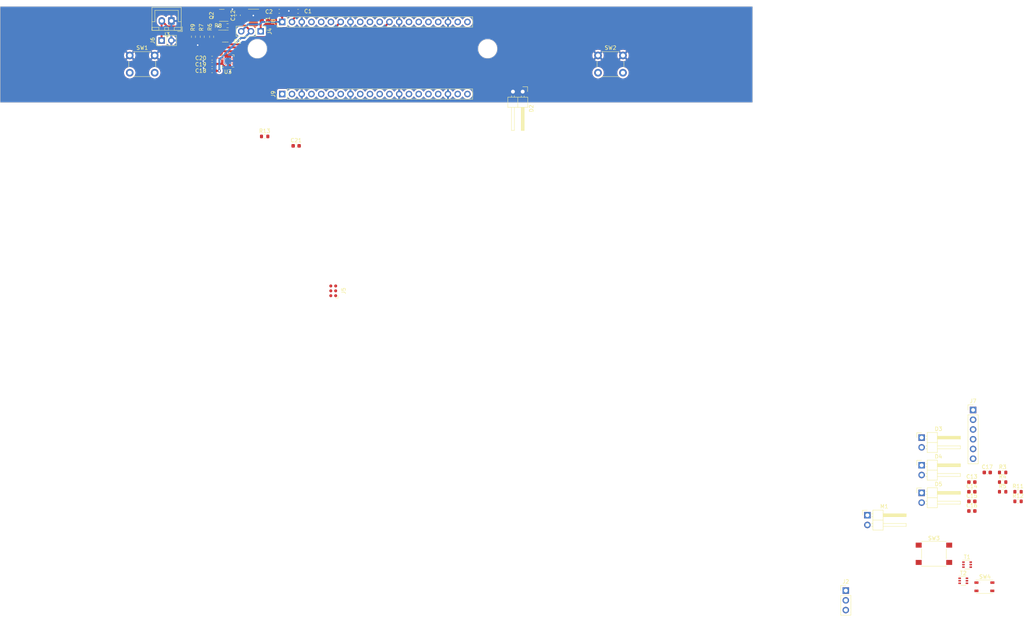
<source format=kicad_pcb>
(kicad_pcb (version 20221018) (generator pcbnew)
  (layers (0 "F.Cu" signal) (31 "B.Cu" signal) (34 "B.Paste" user) (35 "F.Paste" user) (36 "B.SilkS" user "B.Silkscreen") (37 "F.SilkS" user "F.Silkscreen") (38 "B.Mask" user) (39 "F.Mask" user) (44 "Edge.Cuts" user))
  (net 0 "")
  (net 1 "GND")
  (net 2 "Net-(Q2-S)")
  (net 3 "Net-(J2-Pin_2)")
  (net 4 "+3.3V")
  (net 5 "V_BAT")
  (net 6 "Net-(U3-SS{slash}TR)")
  (net 7 "Net-(D2-K)")
  (net 8 "Net-(D2-A)")
  (net 9 "Net-(D3-K)")
  (net 10 "Net-(D3-A)")
  (net 11 "IR_R_INSIDE")
  (net 12 "IR_R_OUTSIDE")
  (net 13 "Net-(J4-Pin_1)")
  (net 14 "VDD")
  (net 15 "SWDIO")
  (net 16 "Reset")
  (net 17 "SWDCLK")
  (net 18 "SWO")
  (net 19 "VBUS")
  (net 20 "/3V3_EN")
  (net 21 "/3V3")
  (net 22 "/ADC_VREF")
  (net 23 "/GP27_A1")
  (net 24 "/GP27_A0")
  (net 25 "/RUN")
  (net 26 "/GP21")
  (net 27 "/GP20")
  (net 28 "/GP19")
  (net 29 "/GP18")
  (net 30 "/GP17")
  (net 31 "/GP16")
  (net 32 "/GP1")
  (net 33 "/GP2")
  (net 34 "/GP3")
  (net 35 "/GP4")
  (net 36 "/GP5")
  (net 37 "/GP6")
  (net 38 "/GP7")
  (net 39 "/GP8")
  (net 40 "/GP9")
  (net 41 "/GP10")
  (net 42 "/GP11")
  (net 43 "/GP12")
  (net 44 "/GP13")
  (net 45 "/GP14")
  (net 46 "Net-(M1-+)")
  (net 47 "Net-(M1--)")
  (net 48 "BAT_MON_EN")
  (net 49 "Net-(Q1B-D)")
  (net 50 "Net-(Q1A-D)")
  (net 51 "Net-(R3-Pad1)")
  (net 52 "Net-(D1-BK)")
  (net 53 "Net-(R4-Pad1)")
  (net 54 "Net-(D1-GK)")
  (net 55 "Net-(R5-Pad1)")
  (net 56 "Net-(D1-RK)")
  (net 57 "BAT_MON")
  (net 58 "Net-(R11-Pad1)")
  (net 59 "Net-(R12-Pad1)")
  (net 60 "Net-(U3-PG)")
  (net 61 "Gear")
  (net 62 "Cat+")
  (net 63 "Bootsel")
  (net 64 "LED_R")
  (net 65 "LED_G")
  (net 66 "LED_B")
  (net 67 "Net-(L1-Pad1)")
  (footprint "Connector_PinHeader_2.54mm:PinHeader_1x02_P2.54mm_Vertical" (layer "F.Cu") (at 42.05 8.85 90)
    (fp_text reference "J6" (at 0 -2.33 90) (layer "F.SilkS"))
    (fp_text value "Conn_01x02")
    (pad "1" thru_hole rect (at 0 0 90) (size 1.7 1.7) (drill 1) (layers "*.Cu" "*.Mask") (net 14 "VDD"))
    (pad "2" thru_hole oval (at 0 2.54 90) (size 1.7 1.7) (drill 1) (layers "*.Cu" "*.Mask") (net 1 "GND"))
  )
  (footprint "Resistor_SMD:R_0603_1608Metric" (layer "F.Cu") (at 261.1625 121.39)
    (fp_text reference "R3" (at 0 -1.43) (layer "F.SilkS"))
    (fp_text value "68")
    (pad "1" smd roundrect (at -0.825 0) (size 0.8 0.95) (layers "F.Cu" "F.Paste" "F.Mask") (net 51 "Net-(R3-Pad1)"))
    (pad "2" smd roundrect (at 0.825 0) (size 0.8 0.95) (layers "F.Cu" "F.Paste" "F.Mask") (net 52 "Net-(D1-BK)"))
  )
  (footprint "Capacitor_SMD:C_0603_1608Metric" (layer "F.Cu") (at 253.1425 126.41)
    (fp_text reference "C14" (at 0 -1.43) (layer "F.SilkS"))
    (fp_text value "100n")
    (pad "1" smd roundrect (at -0.775 0) (size 0.9 0.95) (layers "F.Cu" "F.Paste" "F.Mask") (net 1 "GND"))
    (pad "2" smd roundrect (at 0.775 0) (size 0.9 0.95) (layers "F.Cu" "F.Paste" "F.Mask") (net 4 "+3.3V"))
  )
  (footprint "Button_Switch_SMD:SW_Push_1P1T_NO_Vertical_Wuerth_434133025816" (layer "F.Cu") (at 256.4125 151.16)
    (fp_text reference "SW4" (at 0.15 -2.6) (layer "F.SilkS"))
    (fp_text value "SW_Push")
    (pad "1" smd rect (at -2.075 -1.075) (size 1.05 0.65) (layers "F.Cu" "F.Paste" "F.Mask") (net 1 "GND"))
    (pad "1" smd rect (at 2.075 -1.075) (size 1.05 0.65) (layers "F.Cu" "F.Paste" "F.Mask") (net 1 "GND"))
    (pad "2" smd rect (at -2.075 1.075) (size 1.05 0.65) (layers "F.Cu" "F.Paste" "F.Mask") (net 63 "Bootsel"))
    (pad "2" smd rect (at 2.05 1.075) (size 1.05 0.65) (layers "F.Cu" "F.Paste" "F.Mask") (net 63 "Bootsel"))
  )
  (footprint "Capacitor_SMD:C_0603_1608Metric" (layer "F.Cu") (at 55.2075 13.44 180)
    (fp_text reference "C20" (at 2.95 0) (layer "F.SilkS"))
    (fp_text value "3.3n")
    (pad "1" smd roundrect (at -0.775 0 180) (size 0.9 0.95) (layers "F.Cu" "F.Paste" "F.Mask") (net 6 "Net-(U3-SS{slash}TR)"))
    (pad "2" smd roundrect (at 0.775 0 180) (size 0.9 0.95) (layers "F.Cu" "F.Paste" "F.Mask") (net 1 "GND"))
  )
  (footprint "Package_TO_SOT_SMD:TSOT-23-6" (layer "F.Cu") (at 58.65 7.7)
    (fp_text reference "Q1" (at 3.2 1.4) (layer "F.SilkS"))
    (fp_text value "NX3008CBKS")
    (pad "1" smd roundrect (at -1.1375 -0.95) (size 1.325 0.6) (layers "F.Cu" "F.Paste" "F.Mask") (net 1 "GND"))
    (pad "2" smd roundrect (at -1.1375 0) (size 1.325 0.6) (layers "F.Cu" "F.Paste" "F.Mask") (net 48 "BAT_MON_EN"))
    (pad "3" smd roundrect (at -1.1375 0.95) (size 1.325 0.6) (layers "F.Cu" "F.Paste" "F.Mask") (net 49 "Net-(Q1B-D)"))
    (pad "4" smd roundrect (at 1.1375 0.95) (size 1.325 0.6) (layers "F.Cu" "F.Paste" "F.Mask") (net 5 "V_BAT"))
    (pad "5" smd roundrect (at 1.1375 0) (size 1.325 0.6) (layers "F.Cu" "F.Paste" "F.Mask") (net 50 "Net-(Q1A-D)"))
    (pad "6" smd roundrect (at 1.1375 -0.95) (size 1.325 0.6) (layers "F.Cu" "F.Paste" "F.Mask") (net 50 "Net-(Q1A-D)"))
  )
  (footprint "Package_TO_SOT_SMD:SOT-23" (layer "F.Cu") (at 57.7375 2.3 180)
    (fp_text reference "Q2" (at 2.6625 -0.05 90) (layer "F.SilkS"))
    (fp_text value "Q_PMOS_DGS")
    (pad "1" smd roundrect (at -0.9375 -0.95 180) (size 1.475 0.6) (layers "F.Cu" "F.Paste" "F.Mask") (net 14 "VDD"))
    (pad "2" smd roundrect (at -0.9375 0.95 180) (size 1.475 0.6) (layers "F.Cu" "F.Paste" "F.Mask") (net 1 "GND"))
    (pad "3" smd roundrect (at 0.9375 0 180) (size 1.475 0.6) (layers "F.Cu" "F.Paste" "F.Mask") (net 2 "Net-(Q2-S)"))
  )
  (footprint "Connector_PinHeader_2.54mm:PinHeader_1x20_P2.54mm_Vertical" (layer "F.Cu") (at 73.475 22.8 90)
    (fp_text reference "J9" (at 0 -2.33 90) (layer "F.SilkS"))
    (fp_text value "Conn_01x20")
    (pad "1" thru_hole rect (at 0 0 90) (size 1.7 1.7) (drill 1) (layers "*.Cu" "*.Mask") (net 61 "Gear"))
    (pad "2" thru_hole oval (at 0 2.54 90) (size 1.7 1.7) (drill 1) (layers "*.Cu" "*.Mask") (net 32 "/GP1"))
    (pad "3" thru_hole oval (at 0 5.08 90) (size 1.7 1.7) (drill 1) (layers "*.Cu" "*.Mask") (net 1 "GND"))
    (pad "4" thru_hole oval (at 0 7.62 90) (size 1.7 1.7) (drill 1) (layers "*.Cu" "*.Mask") (net 33 "/GP2"))
    (pad "5" thru_hole oval (at 0 10.16 90) (size 1.7 1.7) (drill 1) (layers "*.Cu" "*.Mask") (net 34 "/GP3"))
    (pad "6" thru_hole oval (at 0 12.7 90) (size 1.7 1.7) (drill 1) (layers "*.Cu" "*.Mask") (net 35 "/GP4"))
    (pad "7" thru_hole oval (at 0 15.24 90) (size 1.7 1.7) (drill 1) (layers "*.Cu" "*.Mask") (net 36 "/GP5"))
    (pad "8" thru_hole oval (at 0 17.78 90) (size 1.7 1.7) (drill 1) (layers "*.Cu" "*.Mask") (net 1 "GND"))
    (pad "9" thru_hole oval (at 0 20.32 90) (size 1.7 1.7) (drill 1) (layers "*.Cu" "*.Mask") (net 37 "/GP6"))
    (pad "10" thru_hole oval (at 0 22.86 90) (size 1.7 1.7) (drill 1) (layers "*.Cu" "*.Mask") (net 38 "/GP7"))
    (pad "11" thru_hole oval (at 0 25.4 90) (size 1.7 1.7) (drill 1) (layers "*.Cu" "*.Mask") (net 39 "/GP8"))
    (pad "12" thru_hole oval (at 0 27.94 90) (size 1.7 1.7) (drill 1) (layers "*.Cu" "*.Mask") (net 40 "/GP9"))
    (pad "13" thru_hole oval (at 0 30.48 90) (size 1.7 1.7) (drill 1) (layers "*.Cu" "*.Mask") (net 1 "GND"))
    (pad "14" thru_hole oval (at 0 33.02 90) (size 1.7 1.7) (drill 1) (layers "*.Cu" "*.Mask") (net 41 "/GP10"))
    (pad "15" thru_hole oval (at 0 35.56 90) (size 1.7 1.7) (drill 1) (layers "*.Cu" "*.Mask") (net 42 "/GP11"))
    (pad "16" thru_hole oval (at 0 38.1 90) (size 1.7 1.7) (drill 1) (layers "*.Cu" "*.Mask") (net 43 "/GP12"))
    (pad "17" thru_hole oval (at 0 40.64 90) (size 1.7 1.7) (drill 1) (layers "*.Cu" "*.Mask") (net 44 "/GP13"))
    (pad "18" thru_hole oval (at 0 43.18 90) (size 1.7 1.7) (drill 1) (layers "*.Cu" "*.Mask") (net 1 "GND"))
    (pad "19" thru_hole oval (at 0 45.72 90) (size 1.7 1.7) (drill 1) (layers "*.Cu" "*.Mask") (net 45 "/GP14"))
    (pad "20" thru_hole oval (at 0 48.26 90) (size 1.7 1.7) (drill 1) (layers "*.Cu" "*.Mask") (net 62 "Cat+"))
  )
  (footprint "Button_Switch_SMD:SW_Push_1P1T_NO_6x6mm_H9.5mm" (layer "F.Cu") (at 243.2625 142.575)
    (fp_text reference "SW3" (at 0 -4.05) (layer "F.SilkS"))
    (fp_text value "SW_Push")
    (pad "1" smd rect (at -3.975 -2.25) (size 1.55 1.3) (layers "F.Cu" "F.Paste" "F.Mask") (net 1 "GND"))
    (pad "1" smd rect (at 3.975 -2.25) (size 1.55 1.3) (layers "F.Cu" "F.Paste" "F.Mask") (net 1 "GND"))
    (pad "2" smd rect (at -3.975 2.25) (size 1.55 1.3) (layers "F.Cu" "F.Paste" "F.Mask") (net 16 "Reset"))
    (pad "2" smd rect (at 3.975 2.25) (size 1.55 1.3) (layers "F.Cu" "F.Paste" "F.Mask") (net 16 "Reset"))
  )
  (footprint "Capacitor_SMD:C_0603_1608Metric" (layer "F.Cu") (at 253.1425 128.92)
    (fp_text reference "C15" (at 0 -1.43) (layer "F.SilkS"))
    (fp_text value "100u")
    (pad "1" smd roundrect (at -0.775 0) (size 0.9 0.95) (layers "F.Cu" "F.Paste" "F.Mask") (net 1 "GND"))
    (pad "2" smd roundrect (at 0.775 0) (size 0.9 0.95) (layers "F.Cu" "F.Paste" "F.Mask") (net 3 "Net-(J2-Pin_2)"))
  )
  (footprint "Connector_PinHeader_2.54mm:PinHeader_1x02_P2.54mm_Horizontal" (layer "F.Cu") (at 240.0625 126.71)
    (fp_text reference "D5" (at 4.385 -2.27) (layer "F.SilkS"))
    (fp_text value "LED")
    (pad "1" thru_hole rect (at 0 0) (size 1.7 1.7) (drill 1) (layers "*.Cu" "*.Mask") (net 1 "GND"))
    (pad "2" thru_hole oval (at 0 2.54) (size 1.7 1.7) (drill 1) (layers "*.Cu" "*.Mask") (net 12 "IR_R_OUTSIDE"))
  )
  (footprint "Connector_JST:JST_XH_B2B-XH-A_1x02_P2.50mm_Vertical" (layer "F.Cu") (at 44.6 3.75 180)
    (fp_text reference "J3" (at 1.25 -3.55) (layer "F.SilkS"))
    (fp_text value "Battery pack")
    (pad "1" thru_hole roundrect (at 0 0 180) (size 1.7 2) (drill 1) (layers "*.Cu" "*.Mask") (roundrect_rratio 0.147059) (net 1 "GND"))
    (pad "2" thru_hole oval (at 2.5 0 180) (size 1.7 2) (drill 1) (layers "*.Cu" "*.Mask") (net 14 "VDD"))
  )
  (footprint "Package_TO_SOT_SMD:SOT-363_SC-70-6" (layer "F.Cu") (at 250.9125 149.61)
    (fp_text reference "T2" (at 0 -2) (layer "F.SilkS"))
    (fp_text value "NX3008NBKS")
    (pad "1" smd rect (at -0.95 -0.65) (size 0.65 0.4) (layers "F.Cu" "F.Paste" "F.Mask") (net 1 "GND"))
    (pad "2" smd rect (at -0.95 0) (size 0.65 0.4) (layers "F.Cu" "F.Paste" "F.Mask") (net 66 "LED_B"))
    (pad "3" smd rect (at -0.95 0.65) (size 0.65 0.4) (layers "F.Cu" "F.Paste" "F.Mask"))
    (pad "4" smd rect (at 0.95 0.65) (size 0.65 0.4) (layers "F.Cu" "F.Paste" "F.Mask"))
    (pad "5" smd rect (at 0.95 0) (size 0.65 0.4) (layers "F.Cu" "F.Paste" "F.Mask"))
    (pad "6" smd rect (at 0.95 -0.65) (size 0.65 0.4) (layers "F.Cu" "F.Paste" "F.Mask") (net 55 "Net-(R5-Pad1)"))
  )
  (footprint "Connector_PinHeader_2.54mm:PinHeader_1x03_P2.54mm_Vertical" (layer "F.Cu") (at 67.875 6.45 -90)
    (fp_text reference "J4" (at 0 -2.33 90) (layer "F.SilkS"))
    (fp_text value "Conn_01x03_Socket")
    (pad "1" thru_hole rect (at 0 0 270) (size 1.7 1.7) (drill 1) (layers "*.Cu" "*.Mask") (net 13 "Net-(J4-Pin_1)"))
    (pad "2" thru_hole oval (at 0 2.54 270) (size 1.7 1.7) (drill 1) (layers "*.Cu" "*.Mask") (net 5 "V_BAT"))
    (pad "3" thru_hole oval (at 0 5.08 270) (size 1.7 1.7) (drill 1) (layers "*.Cu" "*.Mask") (net 19 "VBUS"))
  )
  (footprint "Connector_PinHeader_2.54mm:PinHeader_1x02_P2.54mm_Horizontal" (layer "F.Cu") (at 225.925 132.525)
    (fp_text reference "M1" (at 4.385 -2.27) (layer "F.SilkS"))
    (fp_text value "Motor_DC")
    (pad "1" thru_hole rect (at 0 0) (size 1.7 1.7) (drill 1) (layers "*.Cu" "*.Mask") (net 46 "Net-(M1-+)"))
    (pad "2" thru_hole oval (at 0 2.54) (size 1.7 1.7) (drill 1) (layers "*.Cu" "*.Mask") (net 47 "Net-(M1--)"))
  )
  (footprint "Resistor_SMD:R_0603_1608Metric" (layer "F.Cu") (at 261.1625 123.9)
    (fp_text reference "R4" (at 0 -1.43) (layer "F.SilkS"))
    (fp_text value "20")
    (pad "1" smd roundrect (at -0.825 0) (size 0.8 0.95) (layers "F.Cu" "F.Paste" "F.Mask") (net 53 "Net-(R4-Pad1)"))
    (pad "2" smd roundrect (at 0.825 0) (size 0.8 0.95) (layers "F.Cu" "F.Paste" "F.Mask") (net 54 "Net-(D1-GK)"))
  )
  (footprint "Capacitor_SMD:C_0603_1608Metric" (layer "F.Cu") (at 77.6 1.25)
    (fp_text reference "C1" (at 2.58 -0.02) (layer "F.SilkS"))
    (fp_text value "100n")
    (pad "1" smd roundrect (at -0.775 0) (size 0.9 0.95) (layers "F.Cu" "F.Paste" "F.Mask") (net 1 "GND"))
    (pad "2" smd roundrect (at 0.775 0) (size 0.9 0.95) (layers "F.Cu" "F.Paste" "F.Mask") (net 4 "+3.3V"))
  )
  (footprint "Resistor_SMD:R_0603_1608Metric" (layer "F.Cu") (at 59.25 5 180)
    (fp_text reference "R8" (at 2.475 0) (layer "F.SilkS"))
    (fp_text value "1meg")
    (pad "1" smd roundrect (at -0.825 0 180) (size 0.8 0.95) (layers "F.Cu" "F.Paste" "F.Mask") (net 5 "V_BAT"))
    (pad "2" smd roundrect (at 0.825 0 180) (size 0.8 0.95) (layers "F.Cu" "F.Paste" "F.Mask") (net 50 "Net-(Q1A-D)"))
  )
  (footprint "Button_Switch_THT:SW_PUSH_6mm_H4.3mm" (layer "F.Cu") (at 33.75 12.75)
    (fp_text reference "SW1" (at 3.25 -2) (layer "F.SilkS"))
    (fp_text value "SW_Push")
    (pad "1" thru_hole circle (at 0 0 90) (size 2 2) (drill 1.1) (layers "*.Cu" "*.Mask") (net 1 "GND"))
    (pad "1" thru_hole circle (at 6.5 0 90) (size 2 2) (drill 1.1) (layers "*.Cu" "*.Mask") (net 1 "GND"))
    (pad "2" thru_hole circle (at 0 4.5 90) (size 2 2) (drill 1.1) (layers "*.Cu" "*.Mask") (net 61 "Gear"))
    (pad "2" thru_hole circle (at 6.5 4.5 90) (size 2 2) (drill 1.1) (layers "*.Cu" "*.Mask") (net 61 "Gear"))
  )
  (footprint "Package_TO_SOT_SMD:SOT-363_SC-70-6" (layer "F.Cu") (at 251.9 145.4)
    (fp_text reference "T1" (at 0 -2) (layer "F.SilkS"))
    (fp_text value "NX3008NBKS")
    (pad "1" smd rect (at -0.95 -0.65) (size 0.65 0.4) (layers "F.Cu" "F.Paste" "F.Mask") (net 1 "GND"))
    (pad "2" smd rect (at -0.95 0) (size 0.65 0.4) (layers "F.Cu" "F.Paste" "F.Mask") (net 64 "LED_R"))
    (pad "3" smd rect (at -0.95 0.65) (size 0.65 0.4) (layers "F.Cu" "F.Paste" "F.Mask") (net 53 "Net-(R4-Pad1)"))
    (pad "4" smd rect (at 0.95 0.65) (size 0.65 0.4) (layers "F.Cu" "F.Paste" "F.Mask") (net 1 "GND"))
    (pad "5" smd rect (at 0.95 0) (size 0.65 0.4) (layers "F.Cu" "F.Paste" "F.Mask") (net 65 "LED_G"))
    (pad "6" smd rect (at 0.95 -0.65) (size 0.65 0.4) (layers "F.Cu" "F.Paste" "F.Mask") (net 51 "Net-(R3-Pad1)"))
  )
  (footprint "Resistor_SMD:R_0603_1608Metric" (layer "F.Cu") (at 265.1725 126.41)
    (fp_text reference "R11" (at 0 -1.43) (layer "F.SilkS"))
    (fp_text value "100")
    (pad "1" smd roundrect (at -0.825 0) (size 0.8 0.95) (layers "F.Cu" "F.Paste" "F.Mask") (net 58 "Net-(R11-Pad1)"))
    (pad "2" smd roundrect (at 0.825 0) (size 0.8 0.95) (layers "F.Cu" "F.Paste" "F.Mask") (net 7 "Net-(D2-K)"))
  )
  (footprint "Connector:Tag-Connect_TC2030-IDC-NL_2x03_P1.27mm_Vertical" (layer "F.Cu") (at 86.765 74.07 90)
    (fp_text reference "J5" (at 0 2.7 90) (layer "F.SilkS"))
    (fp_text value "Conn_ARM_SWD_TagConnect_TC2030-NL")
    (pad "" np_thru_hole circle (at -2.54 0 90) (size 0.9906 0.9906) (drill 0.9906) (layers "*.Cu" "*.Mask"))
    (pad "" np_thru_hole circle (at 2.54 -1.016 90) (size 0.9906 0.9906) (drill 0.9906) (layers "*.Cu" "*.Mask"))
    (pad "" np_thru_hole circle (at 2.54 1.016 90) (size 0.9906 0.9906) (drill 0.9906) (layers "*.Cu" "*.Mask"))
    (pad "1" connect circle (at -1.27 0.635 90) (size 0.7874 0.7874) (layers "F.Cu" "F.Mask") (net 4 "+3.3V"))
    (pad "2" connect circle (at -1.27 -0.635 90) (size 0.7874 0.7874) (layers "F.Cu" "F.Mask") (net 15 "SWDIO"))
    (pad "3" connect circle (at 0 0.635 90) (size 0.7874 0.7874) (layers "F.Cu" "F.Mask") (net 16 "Reset"))
    (pad "4" connect circle (at 0 -0.635 90) (size 0.7874 0.7874) (layers "F.Cu" "F.Mask") (net 17 "SWDCLK"))
    (pad "5" connect circle (at 1.27 0.635 90) (size 0.7874 0.7874) (layers "F.Cu" "F.Mask") (net 1 "GND"))
    (pad "6" connect circle (at 1.27 -0.635 90) (size 0.7874 0.7874) (layers "F.Cu" "F.Mask") (net 18 "SWO"))
    (zone (net 0) (net_name "") (layer "F.Cu") (connect_pads (clearance 0)) (min_thickness 0.254)
      (keepout (tracks allowed) (vias not_allowed) (pads allowed) (copperpour not_allowed) (footprints not_allowed))
      (fill (thermal_gap 0.508) (thermal_bridge_width 0.508))
      (polygon (pts (xy 86.13 72.8) (xy 86.13 75.34) (xy 87.4 75.34) (xy 87.4 72.8)))
    )
  )
  (footprint "Capacitor_SMD:C_0603_1608Metric" (layer "F.Cu") (at 77.1 36.3)
    (fp_text reference "C21" (at 0 -1.43) (layer "F.SilkS"))
    (fp_text value "22u")
    (pad "1" smd roundrect (at -0.775 0) (size 0.9 0.95) (layers "F.Cu" "F.Paste" "F.Mask") (net 1 "GND"))
    (pad "2" smd roundrect (at 0.775 0) (size 0.9 0.95) (layers "F.Cu" "F.Paste" "F.Mask") (net 4 "+3.3V"))
  )
  (footprint "Connector_PinHeader_2.54mm:PinHeader_1x20_P2.54mm_Vertical" (layer "F.Cu") (at 73.475 4.02 90)
    (fp_text reference "J8" (at 0 -2.33 90) (layer "F.SilkS"))
    (fp_text value "Conn_01x20")
    (pad "1" thru_hole rect (at 0 0 90) (size 1.7 1.7) (drill 1) (layers "*.Cu" "*.Mask") (net 19 "VBUS"))
    (pad "2" thru_hole oval (at 0 2.54 90) (size 1.7 1.7) (drill 1) (layers "*.Cu" "*.Mask") (net 4 "+3.3V"))
    (pad "3" thru_hole oval (at 0 5.08 90) (size 1.7 1.7) (drill 1) (layers "*.Cu" "*.Mask") (net 1 "GND"))
    (pad "4" thru_hole oval (at 0 7.62 90) (size 1.7 1.7) (drill 1) (layers "*.Cu" "*.Mask") (net 20 "/3V3_EN"))
    (pad "5" thru_hole oval (at 0 10.16 90) (size 1.7 1.7) (drill 1) (layers "*.Cu" "*.Mask") (net 21 "/3V3"))
    (pad "6" thru_hole oval (at 0 12.7 90) (size 1.7 1.7) (drill 1) (layers "*.Cu" "*.Mask") (net 22 "/ADC_VREF"))
    (pad "7" thru_hole oval (at 0 15.24 90) (size 1.7 1.7) (drill 1) (layers "*.Cu" "*.Mask") (net 57 "BAT_MON"))
    (pad "8" thru_hole oval (at 0 17.78 90) (size 1.7 1.7) (drill 1) (layers "*.Cu" "*.Mask") (net 1 "GND"))
    (pad "9" thru_hole oval (at 0 20.32 90) (size 1.7 1.7) (drill 1) (layers "*.Cu" "*.Mask") (net 23 "/GP27_A1"))
    (pad "10" thru_hole oval (at 0 22.86 90) (size 1.7 1.7) (drill 1) (layers "*.Cu" "*.Mask") (net 24 "/GP27_A0"))
    (pad "11" thru_hole oval (at 0 25.4 90) (size 1.7 1.7) (drill 1) (layers "*.Cu" "*.Mask") (net 25 "/RUN"))
    (pad "12" thru_hole oval (at 0 27.94 90) (size 1.7 1.7) (drill 1) (layers "*.Cu" "*.Mask") (net 48 "BAT_MON_EN"))
    (pad "13" thru_hole oval (at 0 30.48 90) (size 1.7 1.7) (drill 1) (layers "*.Cu" "*.Mask") (net 1 "GND"))
    (pad "14" thru_hole oval (at 0 33.02 90) (size 1.7 1.7) (drill 1) (layers "*.Cu" "*.Mask") (net 26 "/GP21"))
    (pad "15" thru_hole oval (at 0 35.56 90) (size 1.7 1.7) (drill 1) (layers "*.Cu" "*.Mask") (net 27 "/GP20"))
    (pad "16" thru_hole oval (at 0 38.1 90) (size 1.7 1.7) (drill 1) (layers "*.Cu" "*.Mask") (net 28 "/GP19"))
    (pad "17" thru_hole oval (at 0 40.64 90) (size 1.7 1.7) (drill 1) (layers "*.Cu" "*.Mask") (net 29 "/GP18"))
    (pad "18" thru_hole oval (at 0 43.18 90) (size 1.7 1.7) (drill 1) (layers "*.Cu" "*.Mask") (net 1 "GND"))
    (pad "19" thru_hole oval (at 0 45.72 90) (size 1.7 1.7) (drill 1) (layers "*.Cu" "*.Mask") (net 30 "/GP17"))
    (pad "20" thru_hole oval (at 0 48.26 90) (size 1.7 1.7) (drill 1) (layers "*.Cu" "*.Mask") (net 31 "/GP16"))
  )
  (footprint "Resistor_SMD:R_0603_1608Metric" (layer "F.Cu") (at 265.1725 128.92)
    (fp_text reference "R12" (at 0 -1.43) (layer "F.SilkS"))
    (fp_text value "100")
    (pad "1" smd roundrect (at -0.825 0) (size 0.8 0.95) (layers "F.Cu" "F.Paste" "F.Mask") (net 59 "Net-(R12-Pad1)"))
    (pad "2" smd roundrect (at 0.825 0) (size 0.8 0.95) (layers "F.Cu" "F.Paste" "F.Mask") (net 9 "Net-(D3-K)"))
  )
  (footprint "Connector_PinHeader_2.54mm:PinHeader_1x03_P2.54mm_Vertical" (layer "F.Cu") (at 220.3 152.16)
    (fp_text reference "J2" (at 0 -2.33) (layer "F.SilkS"))
    (fp_text value "Conn_01x03")
    (pad "1" thru_hole rect (at 0 0) (size 1.7 1.7) (drill 1) (layers "*.Cu" "*.Mask") (net 14 "VDD"))
    (pad "2" thru_hole oval (at 0 2.54) (size 1.7 1.7) (drill 1) (layers "*.Cu" "*.Mask") (net 3 "Net-(J2-Pin_2)"))
    (pad "3" thru_hole oval (at 0 5.08) (size 1.7 1.7) (drill 1) (layers "*.Cu" "*.Mask") (net 4 "+3.3V"))
  )
  (footprint "Capacitor_SMD:C_0603_1608Metric" (layer "F.Cu") (at 62.05 2.275 -90)
    (fp_text reference "C12" (at 0.075 1.4 90) (layer "F.SilkS"))
    (fp_text value "100u")
    (pad "1" smd roundrect (at -0.775 0 270) (size 0.9 0.95) (layers "F.Cu" "F.Paste" "F.Mask") (net 1 "GND"))
    (pad "2" smd roundrect (at 0.775 0 270) (size 0.9 0.95) (layers "F.Cu" "F.Paste" "F.Mask") (net 2 "Net-(Q2-S)"))
  )
  (footprint "Capacitor_SMD:C_0603_1608Metric" (layer "F.Cu") (at 257.1525 121.39)
    (fp_text reference "C17" (at 0 -1.43) (layer "F.SilkS"))
    (fp_text value "1u")
    (pad "1" smd roundrect (at -0.775 0) (size 0.9 0.95) (layers "F.Cu" "F.Paste" "F.Mask") (net 1 "GND"))
    (pad "2" smd roundrect (at 0.775 0) (size 0.9 0.95) (layers "F.Cu" "F.Paste" "F.Mask") (net 4 "+3.3V"))
  )
  (footprint "Connector_PinHeader_2.54mm:PinHeader_1x06_P2.54mm_Vertical" (layer "F.Cu") (at 253.4625 105.11)
    (fp_text reference "J7" (at 0 -2.33) (layer "F.SilkS"))
    (fp_text value "Conn_01x06")
    (pad "1" thru_hole rect (at 0 0) (size 1.7 1.7) (drill 1) (layers "*.Cu" "*.Mask") (net 1 "GND"))
    (pad "2" thru_hole oval (at 0 2.54) (size 1.7 1.7) (drill 1) (layers "*.Cu" "*.Mask") (net 15 "SWDIO"))
    (pad "3" thru_hole oval (at 0 5.08) (size 1.7 1.7) (drill 1) (layers "*.Cu" "*.Mask") (net 17 "SWDCLK"))
    (pad "4" thru_hole oval (at 0 7.62) (size 1.7 1.7) (drill 1) (layers "*.Cu" "*.Mask") (net 18 "SWO"))
    (pad "5" thru_hole oval (at 0 10.16) (size 1.7 1.7) (drill 1) (layers "*.Cu" "*.Mask") (net 16 "Reset"))
    (pad "6" thru_hole oval (at 0 12.7) (size 1.7 1.7) (drill 1) (layers "*.Cu" "*.Mask") (net 4 "+3.3V"))
  )
  (footprint "Fuse:Fuse_1812_4532Metric" (layer "F.Cu") (at 66 2.4 180)
    (fp_text reference "F1" (at -3.7225 -1.1 90) (layer "F.SilkS"))
    (fp_text value "Polyfuse")
    (pad "1" smd roundrect (at -2.1375 0 180) (size 1.125 3.4) (layers "F.Cu" "F.Paste" "F.Mask") (roundrect_rratio 0.222222) (net 13 "Net-(J4-Pin_1)"))
    (pad "2" smd roundrect (at 2.1375 0 180) (size 1.125 3.4) (layers "F.Cu" "F.Paste" "F.Mask") (roundrect_rratio 0.222222) (net 2 "Net-(Q2-S)"))
  )
  (footprint "Capacitor_SMD:C_0603_1608Metric" (layer "F.Cu") (at 72.7 1.25 180)
    (fp_text reference "C2" (at 2.675 -0.1) (layer "F.SilkS"))
    (fp_text value "100n")
    (pad "1" smd roundrect (at -0.775 0 180) (size 0.9 0.95) (layers "F.Cu" "F.Paste" "F.Mask") (net 1 "GND"))
    (pad "2" smd roundrect (at 0.775 0 180) (size 0.9 0.95) (layers "F.Cu" "F.Paste" "F.Mask") (net 19 "VBUS"))
  )
  (footprint "Resistor_SMD:R_0603_1608Metric" (layer "F.Cu") (at 50.35 7.875 -90)
    (fp_text reference "R9" (at -2.425 0.15 90) (layer "F.SilkS"))
    (fp_text value "1meg")
    (pad "1" smd roundrect (at -0.825 0 270) (size 0.8 0.95) (layers "F.Cu" "F.Paste" "F.Mask") (net 48 "BAT_MON_EN"))
    (pad "2" smd roundrect (at 0.825 0 270) (size 0.8 0.95) (layers "F.Cu" "F.Paste" "F.Mask") (net 1 "GND"))
  )
  (footprint "Capacitor_SMD:C_0603_1608Metric" (layer "F.Cu") (at 253.1425 131.43)
    (fp_text reference "C16" (at 0 -1.43) (layer "F.SilkS"))
    (fp_text value "1u")
    (pad "1" smd roundrect (at -0.775 0) (size 0.9 0.95) (layers "F.Cu" "F.Paste" "F.Mask") (net 1 "GND"))
    (pad "2" smd roundrect (at 0.775 0) (size 0.9 0.95) (layers "F.Cu" "F.Paste" "F.Mask") (net 4 "+3.3V"))
  )
  (footprint "Connector_PinHeader_2.54mm:PinHeader_1x02_P2.54mm_Horizontal" (layer "F.Cu") (at 240.0625 119.51)
    (fp_text reference "D4" (at 4.385 -2.27) (layer "F.SilkS"))
    (fp_text value "LED")
    (pad "1" thru_hole rect (at 0 0) (size 1.7 1.7) (drill 1) (layers "*.Cu" "*.Mask") (net 1 "GND"))
    (pad "2" thru_hole oval (at 0 2.54) (size 1.7 1.7) (drill 1) (layers "*.Cu" "*.Mask") (net 11 "IR_R_INSIDE"))
  )
  (footprint "Connector_PinHeader_2.54mm:PinHeader_1x02_P2.54mm_Horizontal" (layer "F.Cu") (at 136.125 22.175 -90)
    (fp_text reference "D2" (at 4.385 -2.27 90) (layer "F.SilkS"))
    (fp_text value "IR-LED")
    (pad "1" thru_hole rect (at 0 0 270) (size 1.7 1.7) (drill 1) (layers "*.Cu" "*.Mask") (net 7 "Net-(D2-K)"))
    (pad "2" thru_hole oval (at 0 2.54 270) (size 1.7 1.7) (drill 1) (layers "*.Cu" "*.Mask") (net 8 "Net-(D2-A)"))
  )
  (footprint "Capacitor_SMD:C_0603_1608Metric" (layer "F.Cu") (at 55.2075 15.09)
    (fp_text reference "C19" (at -2.975 0) (layer "F.SilkS"))
    (fp_text value "100n")
    (pad "1" smd roundrect (at -0.775 0) (size 0.9 0.95) (layers "F.Cu" "F.Paste" "F.Mask") (net 1 "GND"))
    (pad "2" smd roundrect (at 0.775 0) (size 0.9 0.95) (layers "F.Cu" "F.Paste" "F.Mask") (net 5 "V_BAT"))
  )
  (footprint "Resistor_SMD:R_0603_1608Metric" (layer "F.Cu") (at 52.65 7.875 -90)
    (fp_text reference "R7" (at -2.425 0.25 90) (layer "F.SilkS"))
    (fp_text value "220k")
    (pad "1" smd roundrect (at -0.825 0 270) (size 0.8 0.95) (layers "F.Cu" "F.Paste" "F.Mask") (net 57 "BAT_MON"))
    (pad "2" smd roundrect (at 0.825 0 270) (size 0.8 0.95) (layers "F.Cu" "F.Paste" "F.Mask") (net 1 "GND"))
  )
  (footprint "Resistor_SMD:R_0603_1608Metric" (layer "F.Cu") (at 261.1625 126.41)
    (fp_text reference "R5" (at 0 -1.43) (layer "F.SilkS"))
    (fp_text value "10")
    (pad "1" smd roundrect (at -0.825 0) (size 0.8 0.95) (layers "F.Cu" "F.Paste" "F.Mask") (net 55 "Net-(R5-Pad1)"))
    (pad "2" smd roundrect (at 0.825 0) (size 0.8 0.95) (layers "F.Cu" "F.Paste" "F.Mask") (net 56 "Net-(D1-RK)"))
  )
  (footprint "Package_DFN_QFN:VQFN-16-1EP_3x3mm_P0.5mm_EP1.68x1.68mm_ThermalVias" (layer "F.Cu") (at 59.32 14.19 180)
    (fp_text reference "U3" (at 0 -2.82) (layer "F.SilkS"))
    (fp_text value "TPS62132")
    (pad "1" smd roundrect (at -1.4625 -0.75 180) (size 0.825 0.25) (layers "F.Cu" "F.Paste" "F.Mask") (net 67 "Net-(L1-Pad1)"))
    (pad "2" smd roundrect (at -1.4625 -0.25 180) (size 0.825 0.25) (layers "F.Cu" "F.Paste" "F.Mask") (net 67 "Net-(L1-Pad1)"))
    (pad "3" smd roundrect (at -1.4625 0.25 180) (size 0.825 0.25) (layers "F.Cu" "F.Paste" "F.Mask") (net 67 "Net-(L1-Pad1)"))
    (pad "4" smd roundrect (at -1.4625 0.75 180) (size 0.825 0.25) (layers "F.Cu" "F.Paste" "F.Mask") (net 60 "Net-(U3-PG)"))
    (pad "5" smd roundrect (at -0.75 1.4625 180) (size 0.25 0.825) (layers "F.Cu" "F.Paste" "F.Mask") (net 1 "GND"))
    (pad "6" smd roundrect (at -0.25 1.4625 180) (size 0.25 0.825) (layers "F.Cu" "F.Paste" "F.Mask") (net 1 "GND"))
    (pad "7" smd roundrect (at 0.25 1.4625 180) (size 0.25 0.825) (layers "F.Cu" "F.Paste" "F.Mask") (net 1 "GND"))
    (pad "8" smd roundrect (at 0.75 1.4625 180) (size 0.25 0.825) (layers "F.Cu" "F.Paste" "F.Mask") (net 1 "GND"))
    (pad "9" smd roundrect (at 1.4625 0.75 180) (size 0.825 0.25) (layers "F.Cu" "F.Paste" "F.Mask") (net 6 "Net-(U3-SS{slash}TR)"))
    (pad "10" smd roundrect (at 1.4625 0.25 180) (size 0.825 0.25) (layers "F.Cu" "F.Paste" "F.Mask") (net 5 "V_BAT"))
    (pad "11" smd roundrect (at 1.4625 -0.25 180) (size 0.825 0.25) (layers "F.Cu" "F.Paste" "F.Mask") (net 5 "V_BAT"))
    (pad "12" smd roundrect (at 1.4625 -0.75 180) (size 0.825 0.25) (layers "F.Cu" "F.Paste" "F.Mask") (net 5 "V_BAT"))
    (pad "13" smd roundrect (at 0.75 -1.4625 180) (size 0.25 0.825) (layers "F.Cu" "F.Paste" "F.Mask") (net 5 "V_BAT"))
    (pad "14" smd roundrect (at 0.25 -1.4625 180) (size 0.25 0.825) (layers "F.Cu" "F.Paste" "F.Mask") (net 4 "+3.3V"))
    (pad "15" smd roundrect (at -0.25 -1.4625 180) (size 0.25 0.825) (layers "F.Cu" "F.Paste" "F.Mask") (net 1 "GND"))
    (pad "16" smd roundrect (at -0.75 -1.4625 180) (size 0.25 0.825) (layers "F.Cu" "F.Paste" "F.Mask") (net 1 "GND"))
    (pad "17" thru_hole circle (at -0.59 -0.59 180) (size 0.5 0.5) (drill 0.2) (layers "*.Cu") (net 1 "GND"))
    (pad "17" thru_hole circle (at -0.59 0.59 180) (size 0.5 0.5) (drill 0.2) (layers "*.Cu") (net 1 "GND"))
    (pad "17" smd rect (at 0 0 180) (size 1.68 1.68) (layers "F.Cu" "F.Mask") (net 1 "GND"))
    (pad "17" smd rect (at 0 0 180) (size 1.68 1.68) (layers "B.Cu") (net 1 "GND"))
    (pad "17" thru_hole circle (at 0.59 -0.59 180) (size 0.5 0.5) (drill 0.2) (layers "*.Cu") (net 1 "GND"))
    (pad "17" thru_hole circle (at 0.59 0.59 180) (size 0.5 0.5) (drill 0.2) (layers "*.Cu") (net 1 "GND"))
  )
  (footprint "Connector_PinHeader_2.54mm:PinHeader_1x02_P2.54mm_Horizontal" (layer "F.Cu") (at 240.0625 112.31)
    (fp_text reference "D3" (at 4.385 -2.27) (layer "F.SilkS"))
    (fp_text value "IR-LED")
    (pad "1" thru_hole rect (at 0 0) (size 1.7 1.7) (drill 1) (layers "*.Cu" "*.Mask") (net 9 "Net-(D3-K)"))
    (pad "2" thru_hole oval (at 0 2.54) (size 1.7 1.7) (drill 1) (layers "*.Cu" "*.Mask") (net 10 "Net-(D3-A)"))
  )
  (footprint "Capacitor_SMD:C_0603_1608Metric" (layer "F.Cu") (at 253.1425 123.9)
    (fp_text reference "C13" (at 0 -1.43) (layer "F.SilkS"))
    (fp_text value "100n")
    (pad "1" smd roundrect (at -0.775 0) (size 0.9 0.95) (layers "F.Cu" "F.Paste" "F.Mask") (net 1 "GND"))
    (pad "2" smd roundrect (at 0.775 0) (size 0.9 0.95) (layers "F.Cu" "F.Paste" "F.Mask") (net 3 "Net-(J2-Pin_2)"))
  )
  (footprint "Button_Switch_THT:SW_PUSH_6mm_H4.3mm" (layer "F.Cu") (at 155.75 12.75)
    (fp_text reference "SW2" (at 3.25 -2) (layer "F.SilkS"))
    (fp_text value "SW_Push")
    (pad "1" thru_hole circle (at 0 0 90) (size 2 2) (drill 1.1) (layers "*.Cu" "*.Mask") (net 1 "GND"))
    (pad "1" thru_hole circle (at 6.5 0 90) (size 2 2) (drill 1.1) (layers "*.Cu" "*.Mask") (net 1 "GND"))
    (pad "2" thru_hole circle (at 0 4.5 90) (size 2 2) (drill 1.1) (layers "*.Cu" "*.Mask") (net 62 "Cat+"))
    (pad "2" thru_hole circle (at 6.5 4.5 90) (size 2 2) (drill 1.1) (layers "*.Cu" "*.Mask") (net 62 "Cat+"))
  )
  (footprint "Resistor_SMD:R_0603_1608Metric" (layer "F.Cu") (at 55.075 7.875 90)
    (fp_text reference "R6" (at 2.5 -0.45 90) (layer "F.SilkS"))
    (fp_text value "330k")
    (pad "1" smd roundrect (at -0.825 0 90) (size 0.8 0.95) (layers "F.Cu" "F.Paste" "F.Mask") (net 49 "Net-(Q1B-D)"))
    (pad "2" smd roundrect (at 0.825 0 90) (size 0.8 0.95) (layers "F.Cu" "F.Paste" "F.Mask") (net 57 "BAT_MON"))
  )
  (footprint "Resistor_SMD:R_0603_1608Metric" (layer "F.Cu") (at 68.9 33.85)
    (fp_text reference "R13" (at 0 -1.43) (layer "F.SilkS"))
    (fp_text value "100k")
    (pad "1" smd roundrect (at -0.825 0) (size 0.8 0.95) (layers "F.Cu" "F.Paste" "F.Mask") (net 60 "Net-(U3-PG)"))
    (pad "2" smd roundrect (at 0.825 0) (size 0.8 0.95) (layers "F.Cu" "F.Paste" "F.Mask") (net 4 "+3.3V"))
  )
  (footprint "Capacitor_SMD:C_0603_1608Metric" (layer "F.Cu") (at 55.2075 16.74)
    (fp_text reference "C18" (at -2.95 0) (layer "F.SilkS"))
    (fp_text value "10u")
    (pad "1" smd roundrect (at -0.775 0) (size 0.9 0.95) (layers "F.Cu" "F.Paste" "F.Mask") (net 1 "GND"))
    (pad "2" smd roundrect (at 0.775 0) (size 0.9 0.95) (layers "F.Cu" "F.Paste" "F.Mask") (net 5 "V_BAT"))
  )
  (gr_circle (center 127 11) (end 129.5 11) (stroke (width 0.1)) (fill none) (layer "Edge.Cuts"))
  (gr_circle (center 67 11) (end 69.5 11) (stroke (width 0.1)) (fill none) (layer "Edge.Cuts"))
  (gr_rect (start 0 0) (end 196 25) (stroke (width 0.1)) (fill none) (layer "Edge.Cuts"))
  (segment (start 59.57 15.6525) (end 59.57 15.12) (width 0.3) (layer "F.Cu") (net 1))
  (segment (start 60.07 15.6525) (end 59.91 15.4925) (width 0.3) (layer "F.Cu") (net 1))
  (segment (start 60.07 12.7275) (end 59.3075 12.7275) (width 0.5) (layer "F.Cu") (net 1))
  (segment (start 60.07 15.6525) (end 60.07 16.7775) (width 0.3) (layer "F.Cu") (net 1))
  (segment (start 59.32 12.74) (end 59.3075 12.7275) (width 0.5) (layer "F.Cu") (net 1))
  (segment (start 59.91 13.6) (end 59.91 13.0675) (width 0.5) (layer "F.Cu") (net 1))
  (segment (start 58.73 13.6) (end 58.73 13.0675) (width 0.5) (layer "F.Cu") (net 1))
  (segment (start 59.57 15.12) (end 59.91 14.78) (width 0.3) (layer "F.Cu") (net 1))
  (segment (start 59.3075 12.7275) (end 58.57 12.7275) (width 0.5) (layer "F.Cu") (net 1))
  (segment (start 59.91 15.4925) (end 59.91 14.78) (width 0.3) (layer "F.Cu") (net 1))
  (segment (start 59.32 14.19) (end 59.32 12.74) (width 0.5) (layer "F.Cu") (net 1))
  (segment (start 59.57 15.6525) (end 59.57 16.8025) (width 0.3) (layer "F.Cu") (net 1))
  (segment (start 58.73 13.0675) (end 59.07 12.7275) (width 0.5) (layer "F.Cu") (net 1))
  (segment (start 59.57 16.8025) (end 59.8075 17.04) (width 0.3) (layer "F.Cu") (net 1))
  (segment (start 60.07 16.7775) (end 59.8075 17.04) (width 0.3) (layer "F.Cu") (net 1))
  (segment (start 59.91 13.0675) (end 59.57 12.7275) (width 0.5) (layer "F.Cu") (net 1))
  (via (at 56.8 5.2) (size 0.8) (drill 0.4) (layers "F.Cu" "B.Cu") (net 1))
  (via (at 52.9 14.2) (size 0.8) (drill 0.4) (layers "F.Cu" "B.Cu") (net 1))
  (via (at 52.95 16) (size 0.8) (drill 0.4) (layers "F.Cu" "B.Cu") (net 1))
  (via (at 65.95 2.35) (size 0.8) (drill 0.4) (layers "F.Cu" "B.Cu") (net 1))
  (via (at 51.45 10.05) (size 0.8) (drill 0.4) (layers "F.Cu" "B.Cu") (net 1))
  (via (at 59.8075 17.04) (size 0.8) (drill 0.4) (layers "F.Cu" "B.Cu") (net 1))
  (via (at 75.2 1.15) (size 0.8) (drill 0.4) (layers "F.Cu" "B.Cu") (net 1))
  (via (at 60.5 0.7) (size 0.8) (drill 0.4) (layers "F.Cu" "B.Cu") (net 1))
  (segment (start 63.8625 2.4) (end 62.7 2.4) (width 0.5) (layer "F.Cu") (net 2))
  (segment (start 61.3 2.3) (end 56.8 2.3) (width 0.5) (layer "F.Cu") (net 2))
  (segment (start 62.05 3.05) (end 61.3 2.3) (width 0.5) (layer "F.Cu") (net 2))
  (segment (start 62.7 2.4) (end 62.05 3.05) (width 0.5) (layer "F.Cu") (net 2))
  (segment (start 76.015 4.02) (end 76.015 3.61) (width 0.5) (layer "F.Cu") (net 4))
  (segment (start 76.015 3.61) (end 78.375 1.25) (width 0.5) (layer "F.Cu") (net 4))
  (segment (start 57.8575 14.44) (end 57.8575 14.015) (width 0.5) (layer "F.Cu") (net 5))
  (segment (start 63.885 5) (end 60.075 5) (width 0.5) (layer "F.Cu") (net 5))
  (segment (start 57.8575 14.94) (end 56.1325 14.94) (width 0.5) (layer "F.Cu") (net 5))
  (segment (start 60.348528 8.65) (end 59.7875 8.65) (width 0.5) (layer "F.Cu") (net 5))
  (segment (start 55.9925 16.75) (end 55.9825 16.74) (width 0.5) (layer "F.Cu") (net 5))
  (segment (start 60.95 5.875) (end 60.95 8.048528) (width 0.5) (layer "F.Cu") (net 5))
  (segment (start 55.9825 15.09) (end 55.9825 16.74) (width 0.5) (layer "F.Cu") (net 5))
  (segment (start 57.8575 14.94) (end 57.8575 14.44) (width 0.5) (layer "F.Cu") (net 5))
  (segment (start 57.1 16.75) (end 55.9925 16.75) (width 0.5) (layer "F.Cu") (net 5))
  (segment (start 56.1325 14.94) (end 55.9825 15.09) (width 0.5) (layer "F.Cu") (net 5))
  (segment (start 65.335 6.45) (end 63.885 5) (width 0.5) (layer "F.Cu") (net 5))
  (segment (start 58.57 15.6525) (end 57.8575 14.94) (width 0.3) (layer "F.Cu") (net 5))
  (segment (start 60.95 8.048528) (end 60.348528 8.65) (width 0.5) (layer "F.Cu") (net 5))
  (segment (start 60.075 5) (end 60.95 5.875) (width 0.5) (layer "F.Cu") (net 5))
  (via (at 57.1 16.75) (size 0.8) (drill 0.4) (layers "F.Cu" "B.Cu") (net 5))
  (segment (start 63.6 8.2) (end 62.73 8.2) (width 0.5) (layer "B.Cu") (net 5))
  (segment (start 63.6 8.185) (end 63.6 8.2) (width 0.5) (layer "B.Cu") (net 5))
  (segment (start 65.335 6.45) (end 63.6 8.185) (width 0.5) (layer "B.Cu") (net 5))
  (segment (start 62.73 8.2) (end 57.1 13.83) (width 0.5) (layer "B.Cu") (net 5))
  (segment (start 57.1 13.83) (end 57.1 16.75) (width 0.5) (layer "B.Cu") (net 5))
  (segment (start 57.8575 13.44) (end 55.9825 13.44) (width 0.2) (layer "F.Cu") (net 6))
  (segment (start 67.875 2.6625) (end 68.1375 2.4) (width 0.5) (layer "F.Cu") (net 13))
  (segment (start 67.875 6.45) (end 67.875 2.6625) (width 0.5) (layer "F.Cu") (net 13))
  (segment (start 42.05 3.8) (end 42.1 3.75) (width 0.5) (layer "F.Cu") (net 14))
  (segment (start 42.1 3.75) (end 43.55 5.2) (width 0.5) (layer "F.Cu") (net 14))
  (segment (start 55.1 5.2) (end 57.05 3.25) (width 0.5) (layer "F.Cu") (net 14))
  (segment (start 43.55 5.2) (end 55.1 5.2) (width 0.5) (layer "F.Cu") (net 14))
  (segment (start 57.05 3.25) (end 58.675 3.25) (width 0.5) (layer "F.Cu") (net 14))
  (segment (start 42.05 8.85) (end 42.05 3.8) (width 0.5) (layer "F.Cu") (net 14))
  (segment (start 73.475 2.8) (end 71.925 1.25) (width 0.5) (layer "F.Cu") (net 19))
  (segment (start 73.475 4.02) (end 73.475 2.8) (width 0.5) (layer "F.Cu") (net 19))
  (segment (start 62.795 6.45) (end 64.595 4.65) (width 0.5) (layer "B.Cu") (net 19))
  (segment (start 67.6 4.65) (end 68.23 4.02) (width 0.5) (layer "B.Cu") (net 19))
  (segment (start 68.23 4.02) (end 73.475 4.02) (width 0.5) (layer "B.Cu") (net 19))
  (segment (start 64.595 4.65) (end 67.6 4.65) (width 0.5) (layer "B.Cu") (net 19))
  (segment (start 56.180761 6.761522) (end 56.180761 7.7) (width 0.5) (layer "F.Cu") (net 48))
  (segment (start 56.180761 7.7) (end 57.5125 7.7) (width 0.5) (layer "F.Cu") (net 48))
  (segment (start 48.75 7.75) (end 49.45 7.05) (width 0.5) (layer "F.Cu") (net 48))
  (segment (start 49.9 11.25) (end 48.75 10.1) (width 0.5) (layer "F.Cu") (net 48))
  (segment (start 50.35 7.05) (end 51.4 6) (width 0.5) (layer "F.Cu") (net 48))
  (segment (start 51.4 6) (end 55.419239 6) (width 0.5) (layer "F.Cu") (net 48))
  (segment (start 68.6 14) (end 65.35 14) (width 0.5) (layer "F.Cu") (net 48))
  (segment (start 53.1 11.25) (end 49.9 11.25) (width 0.5) (layer "F.Cu") (net 48))
  (segment (start 53.7 10.65) (end 53.1 11.25) (width 0.5) (layer "F.Cu") (net 48))
  (segment (start 55.419239 6) (end 56.180761 6.761522) (width 0.5) (layer "F.Cu") (net 48))
  (segment (start 62 10.65) (end 53.7 10.65) (width 0.5) (layer "F.Cu") (net 48))
  (segment (start 70.25 8.7) (end 70.05 8.9) (width 0.5) (layer "F.Cu") (net 48))
  (segment (start 49.45 7.05) (end 50.35 7.05) (width 0.5) (layer "F.Cu") (net 48))
  (segment (start 70.05 12.55) (end 68.6 14) (width 0.5) (layer "F.Cu") (net 48))
  (segment (start 101.415 4.02) (end 96.735 8.7) (width 0.5) (layer "F.Cu") (net 48))
  (segment (start 96.735 8.7) (end 70.25 8.7) (width 0.5) (layer "F.Cu") (net 48))
  (segment (start 65.35 14) (end 62 10.65) (width 0.5) (layer "F.Cu") (net 48))
  (segment (start 70.05 8.9) (end 70.05 12.55) (width 0.5) (layer "F.Cu") (net 48))
  (segment (start 48.75 10.1) (end 48.75 7.75) (width 0.5) (layer "F.Cu") (net 48))
  (segment (start 57.5125 8.65) (end 55.125 8.65) (width 0.5) (layer "F.Cu") (net 49))
  (segment (start 55.125 8.65) (end 55.075 8.7) (width 0.5) (layer "F.Cu") (net 49))
  (segment (start 59.7875 7.7) (end 59.7875 6.75) (width 0.5) (layer "F.Cu") (net 50))
  (segment (start 59.7875 6.75) (end 59.7875 6.3625) (width 0.5) (layer "F.Cu") (net 50))
  (segment (start 59.7875 6.3625) (end 58.425 5) (width 0.5) (layer "F.Cu") (net 50))
  (segment (start 55.075 7.05) (end 52.65 7.05) (width 0.5) (layer "F.Cu") (net 57))
  (segment (start 84.785 7.95) (end 88.715 4.02) (width 0.5) (layer "F.Cu") (net 57))
  (segment (start 54.45 9.85) (end 63.8 9.85) (width 0.5) (layer "F.Cu") (net 57))
  (segment (start 63.8 9.85) (end 65.7 7.95) (width 0.5) (layer "F.Cu") (net 57))
  (segment (start 53.9 8.225) (end 53.9 9.3) (width 0.5) (layer "F.Cu") (net 57))
  (segment (start 53.9 9.3) (end 54.45 9.85) (width 0.5) (layer "F.Cu") (net 57))
  (segment (start 65.7 7.95) (end 84.785 7.95) (width 0.5) (layer "F.Cu") (net 57))
  (segment (start 55.075 7.05) (end 53.9 8.225) (width 0.5) (layer "F.Cu") (net 57))
  (zone (net 1) (net_name "GND") (layers "F&B.Cu") (connect_pads (clearance 0.5)) (min_thickness 0.25) (fill yes (thermal_gap 0.5) (thermal_bridge_width 0.5))
    (polygon (pts (xy 0 0) (xy 0 25) (xy 196 25) (xy 196 0)))
  )
)
</source>
